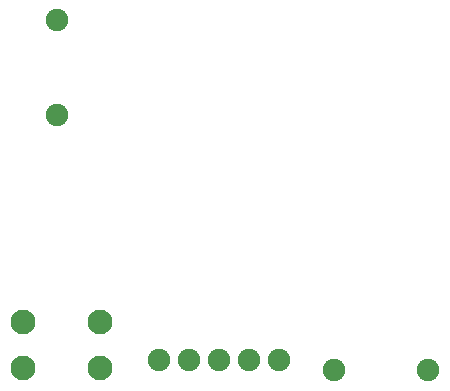
<source format=gbs>
G04 Layer: BottomSolderMaskLayer*
G04 EasyEDA Pro v1.8.39.fb3963, 2022-11-08 16:35:25*
G04 Gerber Generator version 0.3*
G04 Scale: 100 percent, Rotated: No, Reflected: No*
G04 Dimensions in millimeters*
G04 Leading zeros omitted, absolute positions, 3 integers and 3 decimals*
%FSLAX33Y33*%
%MOMM*%
%ADD10C,2.10058*%
%ADD11C,1.90246*%
%ADD12C,1.900022*%
G75*


G04 Pad Start*
G54D10*
G01X8329Y-41448D03*
G01X1829Y-41448D03*
G01X1829Y-37546D03*
G01X8329Y-37546D03*
G54D11*
G01X4699Y-12001D03*
G01X4699Y-20002D03*
G01X36132Y-41656D03*
G01X28131Y-41656D03*
G54D12*
G01X13335Y-40767D03*
G01X15875Y-40767D03*
G01X18415Y-40767D03*
G01X20955Y-40767D03*
G01X23495Y-40767D03*
G04 Pad End*

M02*

</source>
